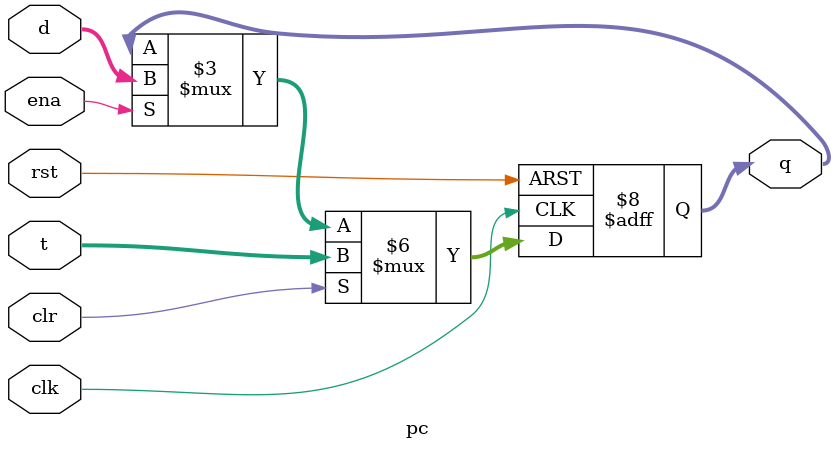
<source format=v>
`timescale 1ns / 1ps

module pc #(parameter WIDTH=8)(
	input wire clk,rst,ena,clr,
	input wire[WIDTH-1:0] t,
	input wire[WIDTH-1:0] d,
	output reg [WIDTH-1:0] q
);
	initial begin
		q<=32'hbfc00000;  //地址初始化
	end
	always @(posedge clk,posedge rst) begin
		if(rst) begin
		    q<=32'hbfc00000;
		end else if(clr) begin
            q <= t;
        end else if(ena) begin
			q <= d;
		end
	end
endmodule

</source>
